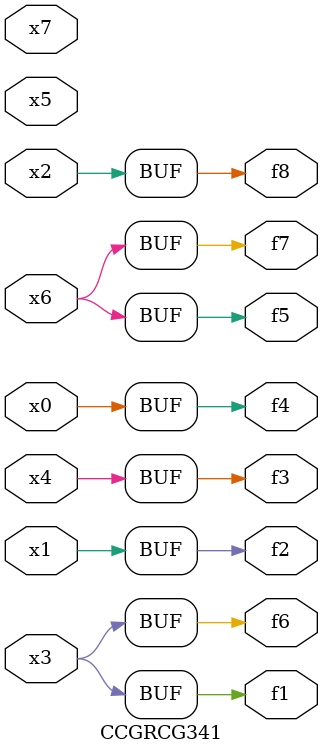
<source format=v>
module CCGRCG341(
	input x0, x1, x2, x3, x4, x5, x6, x7,
	output f1, f2, f3, f4, f5, f6, f7, f8
);
	assign f1 = x3;
	assign f2 = x1;
	assign f3 = x4;
	assign f4 = x0;
	assign f5 = x6;
	assign f6 = x3;
	assign f7 = x6;
	assign f8 = x2;
endmodule

</source>
